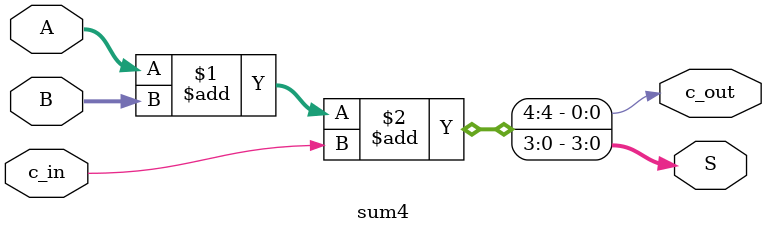
<source format=v>
module sum4(output wire[3:0] S, output wire c_out, input wire[3:0] A, input wire[3:0] B, input wire c_in);
  assign {c_out, S} = A + B + c_in;
endmodule
</source>
